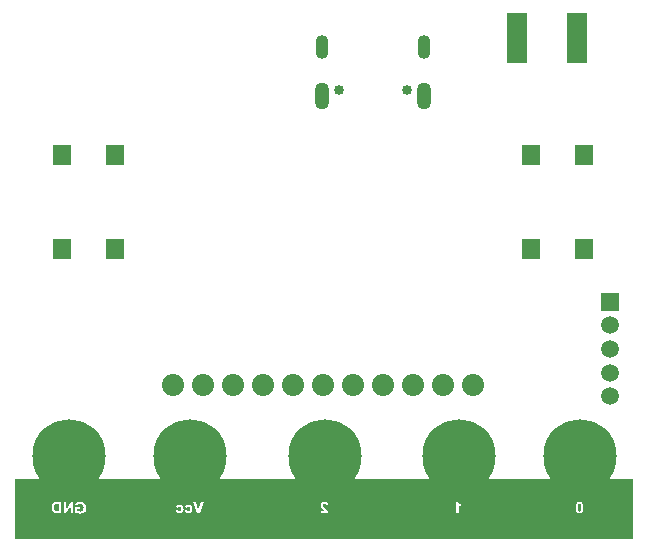
<source format=gbs>
G04*
G04 #@! TF.GenerationSoftware,Altium Limited,Altium Designer,24.2.2 (26)*
G04*
G04 Layer_Color=16711935*
%FSLAX43Y43*%
%MOMM*%
G71*
G04*
G04 #@! TF.SameCoordinates,B7D4920F-8FB9-4588-9614-11F99F71DF79*
G04*
G04*
G04 #@! TF.FilePolarity,Negative*
G04*
G01*
G75*
%ADD19R,1.000X5.000*%
%ADD54R,1.724X4.264*%
%ADD59C,1.876*%
%ADD60C,6.200*%
%ADD61C,1.500*%
%ADD62C,0.850*%
%ADD63O,1.100X2.000*%
%ADD64O,1.250X2.300*%
%ADD65R,1.500X1.500*%
%ADD86R,1.500X1.750*%
G36*
X6716Y6459D02*
Y6437D01*
Y6416D01*
Y6395D01*
Y6374D01*
Y6353D01*
Y6332D01*
Y6310D01*
Y6289D01*
Y6268D01*
Y6247D01*
Y6226D01*
Y6205D01*
Y6183D01*
Y6162D01*
Y6141D01*
Y6120D01*
Y6099D01*
Y6078D01*
Y6056D01*
X2081D01*
Y6078D01*
Y6099D01*
Y6120D01*
Y6141D01*
Y6162D01*
Y6183D01*
Y6205D01*
Y6226D01*
Y6247D01*
Y6268D01*
Y6289D01*
Y6310D01*
Y6332D01*
Y6353D01*
Y6374D01*
Y6395D01*
Y6416D01*
Y6437D01*
Y6459D01*
Y6480D01*
X6716D01*
Y6459D01*
D02*
G37*
G36*
X28306D02*
Y6437D01*
Y6416D01*
Y6395D01*
Y6374D01*
Y6353D01*
Y6332D01*
Y6310D01*
Y6289D01*
Y6268D01*
Y6247D01*
Y6226D01*
Y6205D01*
Y6183D01*
Y6162D01*
Y6141D01*
Y6120D01*
Y6099D01*
Y6078D01*
Y6056D01*
Y6035D01*
Y6014D01*
Y5993D01*
Y5972D01*
Y5951D01*
Y5929D01*
Y5908D01*
Y5887D01*
Y5866D01*
X23694D01*
Y5887D01*
Y5908D01*
Y5929D01*
Y5951D01*
Y5972D01*
Y5993D01*
Y6014D01*
Y6035D01*
Y6056D01*
Y6078D01*
Y6099D01*
Y6120D01*
Y6141D01*
Y6162D01*
Y6183D01*
Y6205D01*
Y6226D01*
Y6247D01*
Y6268D01*
Y6289D01*
Y6310D01*
Y6332D01*
Y6353D01*
Y6374D01*
Y6395D01*
Y6416D01*
Y6437D01*
Y6459D01*
Y6480D01*
X28306D01*
Y6459D01*
D02*
G37*
G36*
X49896D02*
Y6437D01*
Y6416D01*
Y6395D01*
Y6374D01*
Y6353D01*
Y6332D01*
Y6310D01*
Y6289D01*
Y6268D01*
Y6247D01*
Y6226D01*
Y6205D01*
Y6183D01*
Y6162D01*
Y6141D01*
Y6120D01*
Y6099D01*
Y6078D01*
Y6056D01*
Y6035D01*
Y6014D01*
Y5993D01*
Y5972D01*
Y5951D01*
Y5929D01*
Y5908D01*
Y5887D01*
Y5866D01*
Y5845D01*
Y5824D01*
Y5802D01*
Y5781D01*
Y5760D01*
Y5739D01*
Y5718D01*
X45284D01*
Y5739D01*
Y5760D01*
Y5781D01*
Y5802D01*
Y5824D01*
Y5845D01*
Y5866D01*
Y5887D01*
Y5908D01*
Y5929D01*
Y5951D01*
Y5972D01*
Y5993D01*
Y6014D01*
Y6035D01*
Y6056D01*
Y6078D01*
Y6099D01*
Y6120D01*
Y6141D01*
Y6162D01*
Y6183D01*
Y6205D01*
Y6226D01*
Y6247D01*
Y6268D01*
Y6289D01*
Y6310D01*
Y6332D01*
Y6353D01*
Y6374D01*
Y6395D01*
Y6416D01*
Y6437D01*
Y6459D01*
Y6480D01*
X49896D01*
Y6459D01*
D02*
G37*
G36*
X39696D02*
Y6437D01*
Y6416D01*
Y6395D01*
Y6374D01*
Y6353D01*
Y6332D01*
Y6310D01*
Y6289D01*
Y6268D01*
Y6247D01*
Y6226D01*
Y6205D01*
Y6183D01*
Y6162D01*
Y6141D01*
Y6120D01*
Y6099D01*
Y6078D01*
Y6056D01*
Y6035D01*
Y6014D01*
Y5993D01*
Y5972D01*
Y5951D01*
Y5929D01*
Y5908D01*
Y5887D01*
Y5866D01*
Y5845D01*
Y5824D01*
Y5802D01*
Y5781D01*
Y5760D01*
Y5739D01*
Y5718D01*
Y5697D01*
Y5675D01*
Y5654D01*
Y5633D01*
Y5612D01*
Y5591D01*
Y5570D01*
Y5548D01*
Y5527D01*
Y5506D01*
Y5485D01*
Y5464D01*
Y5443D01*
Y5421D01*
X35081D01*
Y5443D01*
Y5464D01*
Y5485D01*
Y5506D01*
Y5527D01*
Y5548D01*
Y5570D01*
Y5591D01*
Y5612D01*
Y5633D01*
Y5654D01*
Y5675D01*
Y5697D01*
Y5718D01*
Y5739D01*
Y5760D01*
Y5781D01*
Y5802D01*
Y5824D01*
Y5845D01*
Y5866D01*
Y5887D01*
Y5908D01*
Y5929D01*
Y5951D01*
Y5972D01*
Y5993D01*
Y6014D01*
Y6035D01*
Y6056D01*
Y6078D01*
Y6099D01*
Y6120D01*
Y6141D01*
Y6162D01*
Y6183D01*
Y6205D01*
Y6226D01*
Y6247D01*
Y6268D01*
Y6289D01*
Y6310D01*
Y6332D01*
Y6353D01*
Y6374D01*
Y6395D01*
Y6416D01*
Y6437D01*
Y6459D01*
Y6480D01*
X39696D01*
Y6459D01*
D02*
G37*
G36*
X16899D02*
Y6437D01*
Y6416D01*
Y6395D01*
Y6374D01*
Y6353D01*
Y6332D01*
Y6310D01*
Y6289D01*
Y6268D01*
Y6247D01*
Y6226D01*
Y6205D01*
Y6183D01*
Y6162D01*
Y6141D01*
Y6120D01*
Y6099D01*
Y6078D01*
Y6056D01*
Y6035D01*
Y6014D01*
Y5993D01*
Y5972D01*
Y5951D01*
Y5929D01*
Y5908D01*
Y5887D01*
Y5866D01*
Y5845D01*
Y5824D01*
Y5802D01*
Y5781D01*
Y5760D01*
Y5739D01*
Y5718D01*
Y5697D01*
Y5675D01*
Y5654D01*
Y5633D01*
Y5612D01*
Y5591D01*
Y5570D01*
Y5548D01*
Y5527D01*
Y5506D01*
Y5485D01*
Y5464D01*
Y5443D01*
Y5421D01*
Y5400D01*
Y5379D01*
X12284D01*
Y5400D01*
Y5421D01*
Y5443D01*
Y5464D01*
Y5485D01*
Y5506D01*
Y5527D01*
Y5548D01*
Y5570D01*
Y5591D01*
Y5612D01*
Y5633D01*
Y5654D01*
Y5675D01*
Y5697D01*
Y5718D01*
Y5739D01*
Y5760D01*
Y5781D01*
Y5802D01*
Y5824D01*
Y5845D01*
Y5866D01*
Y5887D01*
Y5908D01*
Y5929D01*
Y5951D01*
Y5972D01*
Y5993D01*
Y6014D01*
Y6035D01*
Y6056D01*
Y6078D01*
Y6099D01*
Y6120D01*
Y6141D01*
Y6162D01*
Y6183D01*
Y6205D01*
Y6226D01*
Y6247D01*
Y6268D01*
Y6289D01*
Y6310D01*
Y6332D01*
Y6353D01*
Y6374D01*
Y6395D01*
Y6416D01*
Y6437D01*
Y6459D01*
Y6480D01*
X16899D01*
Y6459D01*
D02*
G37*
G36*
X49900Y5030D02*
X52162D01*
Y-50D01*
X49622D01*
Y-40D01*
X45558D01*
Y-50D01*
X39462D01*
Y-40D01*
X35398D01*
Y-50D01*
X28032D01*
Y-40D01*
X23968D01*
Y-50D01*
X16602D01*
Y-40D01*
X12855D01*
Y-50D01*
X6505D01*
Y-40D01*
X2378D01*
Y-50D01*
X-162D01*
Y5030D01*
X2050D01*
Y5235D01*
X6660D01*
Y5030D01*
X12290D01*
Y5235D01*
X16900D01*
Y5030D01*
X23700D01*
Y5235D01*
X28310D01*
Y5030D01*
X35080D01*
Y5235D01*
X39690D01*
Y5030D01*
X45290D01*
Y5235D01*
X49900D01*
Y5030D01*
D02*
G37*
%LPC*%
G36*
X37599Y3088D02*
D01*
Y2841D01*
X37599D01*
X37596Y2841D01*
X37592Y2843D01*
X37587Y2846D01*
X37580Y2848D01*
X37572Y2852D01*
X37563Y2856D01*
X37552Y2861D01*
X37541Y2867D01*
X37529Y2873D01*
X37516Y2880D01*
X37502Y2889D01*
X37488Y2898D01*
X37473Y2908D01*
X37457Y2919D01*
X37441Y2931D01*
X37440Y2932D01*
X37438Y2934D01*
X37433Y2938D01*
X37427Y2943D01*
X37420Y2950D01*
X37413Y2957D01*
X37403Y2966D01*
X37394Y2976D01*
X37385Y2987D01*
X37374Y2999D01*
X37364Y3011D01*
X37355Y3025D01*
X37346Y3040D01*
X37337Y3055D01*
X37330Y3071D01*
X37323Y3088D01*
X37171D01*
Y2108D01*
X37599D01*
Y3088D01*
D02*
G37*
G36*
X4706Y3085D02*
X4515D01*
X4116Y2433D01*
Y3085D01*
X3933D01*
Y2110D01*
X4131D01*
X4523Y2747D01*
Y2110D01*
X4706D01*
Y3085D01*
D02*
G37*
G36*
X15790Y3094D02*
X15577D01*
X15330Y2372D01*
X15092Y3094D01*
X15252D01*
X14882D01*
X15230Y2118D01*
X14882D01*
X15442D01*
X15790Y3094D01*
D02*
G37*
G36*
X14824Y2841D02*
X14469D01*
X14461Y2840D01*
X14450Y2839D01*
X14437Y2838D01*
X14423Y2836D01*
X14408Y2834D01*
X14392Y2830D01*
X14375Y2827D01*
X14358Y2823D01*
X14341Y2817D01*
X14324Y2811D01*
X14307Y2803D01*
X14292Y2795D01*
X14277Y2785D01*
X14276Y2784D01*
X14274Y2782D01*
X14269Y2779D01*
X14264Y2775D01*
X14258Y2769D01*
X14251Y2761D01*
X14243Y2753D01*
X14235Y2742D01*
X14225Y2731D01*
X14217Y2719D01*
X14208Y2705D01*
X14198Y2690D01*
X14190Y2673D01*
X14181Y2655D01*
X14174Y2636D01*
X14167Y2616D01*
X14351Y2583D01*
Y2583D01*
X14352Y2585D01*
Y2588D01*
X14353Y2592D01*
X14356Y2601D01*
X14361Y2614D01*
X14367Y2627D01*
X14374Y2641D01*
X14384Y2654D01*
X14395Y2666D01*
X14396Y2666D01*
X14400Y2670D01*
X14407Y2674D01*
X14417Y2680D01*
X14429Y2685D01*
X14444Y2689D01*
X14461Y2693D01*
X14480Y2693D01*
X14487D01*
X14492Y2693D01*
X14497Y2692D01*
X14504Y2691D01*
X14520Y2688D01*
X14538Y2682D01*
X14547Y2677D01*
X14556Y2673D01*
X14565Y2667D01*
X14574Y2660D01*
X14582Y2653D01*
X14591Y2644D01*
X14592Y2644D01*
X14592Y2642D01*
X14594Y2639D01*
X14598Y2635D01*
X14600Y2630D01*
X14603Y2623D01*
X14608Y2616D01*
X14611Y2606D01*
X14615Y2596D01*
X14619Y2584D01*
X14623Y2571D01*
X14625Y2556D01*
X14628Y2540D01*
X14631Y2523D01*
X14631Y2504D01*
X14632Y2484D01*
Y2482D01*
Y2479D01*
Y2472D01*
X14631Y2463D01*
X14631Y2453D01*
X14630Y2441D01*
X14629Y2428D01*
X14627Y2414D01*
X14622Y2385D01*
X14614Y2356D01*
X14610Y2342D01*
X14604Y2329D01*
X14598Y2316D01*
X14591Y2306D01*
X14590Y2305D01*
X14589Y2304D01*
X14587Y2301D01*
X14583Y2298D01*
X14579Y2294D01*
X14574Y2290D01*
X14568Y2285D01*
X14560Y2281D01*
X14544Y2271D01*
X14525Y2263D01*
X14514Y2260D01*
X14502Y2257D01*
X14489Y2255D01*
X14477Y2254D01*
X14472D01*
X14467Y2255D01*
X14458Y2256D01*
X14445Y2258D01*
X14432Y2262D01*
X14417Y2267D01*
X14403Y2274D01*
X14389Y2284D01*
X14388Y2286D01*
X14384Y2290D01*
X14378Y2298D01*
X14374Y2303D01*
X14371Y2309D01*
X14367Y2315D01*
X14362Y2323D01*
X14359Y2331D01*
X14355Y2342D01*
X14351Y2352D01*
X14347Y2363D01*
X14344Y2375D01*
X14341Y2389D01*
X14158Y2358D01*
Y2356D01*
X14159Y2352D01*
X14161Y2346D01*
X14164Y2336D01*
X14167Y2326D01*
X14171Y2315D01*
X14176Y2301D01*
X14182Y2287D01*
X14189Y2271D01*
X14197Y2255D01*
X14206Y2239D01*
X14216Y2223D01*
X14227Y2208D01*
X14240Y2194D01*
X14253Y2179D01*
X14268Y2166D01*
X14269Y2166D01*
X14271Y2164D01*
X14276Y2161D01*
X14282Y2156D01*
X14291Y2151D01*
X14301Y2146D01*
X14312Y2140D01*
X14325Y2134D01*
X14340Y2128D01*
X14356Y2123D01*
X14374Y2117D01*
X14394Y2112D01*
X14414Y2108D01*
X14437Y2105D01*
X14461Y2103D01*
X14485Y2102D01*
X14492D01*
X14500Y2103D01*
X14510Y2104D01*
X14524Y2106D01*
X14539Y2107D01*
X14556Y2111D01*
X14575Y2114D01*
X14594Y2119D01*
X14614Y2126D01*
X14635Y2134D01*
X14655Y2144D01*
X14675Y2155D01*
X14696Y2167D01*
X14715Y2183D01*
X14733Y2199D01*
X14734Y2200D01*
X14737Y2204D01*
X14741Y2210D01*
X14747Y2217D01*
X14754Y2227D01*
X14762Y2239D01*
X14770Y2254D01*
X14779Y2271D01*
X14787Y2288D01*
X14795Y2309D01*
X14803Y2331D01*
X14810Y2355D01*
X14816Y2381D01*
X14820Y2409D01*
X14823Y2439D01*
X14824Y2470D01*
Y2478D01*
X14823Y2487D01*
X14823Y2499D01*
X14822Y2514D01*
X14819Y2531D01*
X14817Y2550D01*
X14812Y2570D01*
X14808Y2591D01*
X14801Y2614D01*
X14795Y2636D01*
X14785Y2659D01*
X14775Y2682D01*
X14762Y2703D01*
X14748Y2723D01*
X14732Y2742D01*
X14731Y2743D01*
X14728Y2747D01*
X14723Y2752D01*
X14715Y2758D01*
X14706Y2765D01*
X14695Y2774D01*
X14681Y2782D01*
X14666Y2792D01*
X14649Y2801D01*
X14631Y2809D01*
X14609Y2818D01*
X14587Y2825D01*
X14564Y2831D01*
X14538Y2836D01*
X14510Y2840D01*
X14482Y2841D01*
X14824D01*
D02*
G37*
G36*
X14066D02*
X13711D01*
X13703Y2840D01*
X13692Y2839D01*
X13679Y2838D01*
X13665Y2836D01*
X13650Y2834D01*
X13634Y2830D01*
X13617Y2827D01*
X13600Y2823D01*
X13583Y2817D01*
X13566Y2811D01*
X13550Y2803D01*
X13534Y2795D01*
X13519Y2785D01*
X13518Y2784D01*
X13516Y2782D01*
X13512Y2779D01*
X13506Y2775D01*
X13501Y2769D01*
X13493Y2761D01*
X13485Y2753D01*
X13477Y2742D01*
X13468Y2731D01*
X13459Y2719D01*
X13450Y2705D01*
X13440Y2690D01*
X13432Y2673D01*
X13424Y2655D01*
X13416Y2636D01*
X13409Y2616D01*
X13594Y2583D01*
Y2583D01*
X13594Y2585D01*
Y2588D01*
X13595Y2592D01*
X13599Y2601D01*
X13603Y2614D01*
X13609Y2627D01*
X13616Y2641D01*
X13626Y2654D01*
X13637Y2666D01*
X13638Y2666D01*
X13643Y2670D01*
X13649Y2674D01*
X13660Y2680D01*
X13671Y2685D01*
X13687Y2689D01*
X13704Y2693D01*
X13722Y2693D01*
X13729D01*
X13734Y2693D01*
X13739Y2692D01*
X13746Y2691D01*
X13762Y2688D01*
X13780Y2682D01*
X13789Y2677D01*
X13798Y2673D01*
X13808Y2667D01*
X13816Y2660D01*
X13824Y2653D01*
X13833Y2644D01*
X13834Y2644D01*
X13835Y2642D01*
X13836Y2639D01*
X13840Y2635D01*
X13842Y2630D01*
X13846Y2623D01*
X13850Y2616D01*
X13853Y2606D01*
X13857Y2596D01*
X13861Y2584D01*
X13865Y2571D01*
X13868Y2556D01*
X13870Y2540D01*
X13873Y2523D01*
X13874Y2504D01*
X13874Y2484D01*
Y2482D01*
Y2479D01*
Y2472D01*
X13874Y2463D01*
X13873Y2453D01*
X13872Y2441D01*
X13871Y2428D01*
X13869Y2414D01*
X13864Y2385D01*
X13857Y2356D01*
X13852Y2342D01*
X13846Y2329D01*
X13841Y2316D01*
X13833Y2306D01*
X13832Y2305D01*
X13831Y2304D01*
X13829Y2301D01*
X13825Y2298D01*
X13821Y2294D01*
X13816Y2290D01*
X13810Y2285D01*
X13802Y2281D01*
X13786Y2271D01*
X13767Y2263D01*
X13756Y2260D01*
X13744Y2257D01*
X13731Y2255D01*
X13719Y2254D01*
X13714D01*
X13709Y2255D01*
X13700Y2256D01*
X13687Y2258D01*
X13674Y2262D01*
X13660Y2267D01*
X13645Y2274D01*
X13632Y2284D01*
X13630Y2286D01*
X13626Y2290D01*
X13620Y2298D01*
X13616Y2303D01*
X13613Y2309D01*
X13609Y2315D01*
X13605Y2323D01*
X13601Y2331D01*
X13597Y2342D01*
X13594Y2352D01*
X13589Y2363D01*
X13586Y2375D01*
X13583Y2389D01*
X13400Y2358D01*
Y2356D01*
X13402Y2352D01*
X13403Y2346D01*
X13406Y2336D01*
X13409Y2326D01*
X13413Y2315D01*
X13418Y2301D01*
X13424Y2287D01*
X13431Y2271D01*
X13440Y2255D01*
X13448Y2239D01*
X13458Y2223D01*
X13469Y2208D01*
X13482Y2194D01*
X13495Y2179D01*
X13510Y2166D01*
X13511Y2166D01*
X13513Y2164D01*
X13518Y2161D01*
X13524Y2156D01*
X13533Y2151D01*
X13543Y2146D01*
X13554Y2140D01*
X13567Y2134D01*
X13583Y2128D01*
X13599Y2123D01*
X13616Y2117D01*
X13636Y2112D01*
X13656Y2108D01*
X13679Y2105D01*
X13703Y2103D01*
X13727Y2102D01*
X13734D01*
X13742Y2103D01*
X13753Y2104D01*
X13766Y2106D01*
X13781Y2107D01*
X13798Y2111D01*
X13817Y2114D01*
X13836Y2119D01*
X13856Y2126D01*
X13877Y2134D01*
X13897Y2144D01*
X13918Y2155D01*
X13938Y2167D01*
X13957Y2183D01*
X13975Y2199D01*
X13976Y2200D01*
X13979Y2204D01*
X13983Y2210D01*
X13989Y2217D01*
X13996Y2227D01*
X14004Y2239D01*
X14012Y2254D01*
X14021Y2271D01*
X14029Y2288D01*
X14038Y2309D01*
X14045Y2331D01*
X14052Y2355D01*
X14058Y2381D01*
X14062Y2409D01*
X14066Y2439D01*
X14066Y2470D01*
Y2478D01*
X14066Y2487D01*
X14065Y2499D01*
X14064Y2514D01*
X14061Y2531D01*
X14059Y2550D01*
X14055Y2570D01*
X14050Y2591D01*
X14044Y2614D01*
X14037Y2636D01*
X14027Y2659D01*
X14017Y2682D01*
X14005Y2703D01*
X13990Y2723D01*
X13974Y2742D01*
X13973Y2743D01*
X13970Y2747D01*
X13965Y2752D01*
X13957Y2758D01*
X13948Y2765D01*
X13937Y2774D01*
X13923Y2782D01*
X13908Y2792D01*
X13891Y2801D01*
X13873Y2809D01*
X13852Y2818D01*
X13830Y2825D01*
X13806Y2831D01*
X13780Y2836D01*
X13753Y2840D01*
X13724Y2841D01*
X14066D01*
D02*
G37*
G36*
X5802Y3102D02*
X4890D01*
Y2093D01*
Y2244D01*
X4891Y2243D01*
X4893Y2241D01*
X4897Y2238D01*
X4902Y2234D01*
X4908Y2229D01*
X4917Y2223D01*
X4926Y2216D01*
X4936Y2208D01*
X4949Y2200D01*
X4961Y2191D01*
X4977Y2183D01*
X4993Y2174D01*
X5010Y2165D01*
X5029Y2156D01*
X5049Y2147D01*
X5071Y2138D01*
X5072Y2137D01*
X5076Y2136D01*
X5082Y2134D01*
X5091Y2131D01*
X5101Y2128D01*
X5114Y2124D01*
X5128Y2120D01*
X5144Y2116D01*
X5161Y2112D01*
X5180Y2108D01*
X5199Y2103D01*
X5219Y2100D01*
X5263Y2095D01*
X5285Y2094D01*
X5307Y2093D01*
X5314D01*
X5323Y2094D01*
X5333D01*
X5346Y2095D01*
X5362Y2097D01*
X5379Y2098D01*
X5398Y2101D01*
X5418Y2104D01*
X5440Y2109D01*
X5462Y2114D01*
X5485Y2120D01*
X5508Y2127D01*
X5531Y2136D01*
X5553Y2146D01*
X5575Y2157D01*
X5576Y2158D01*
X5580Y2160D01*
X5586Y2164D01*
X5593Y2169D01*
X5603Y2175D01*
X5614Y2184D01*
X5625Y2193D01*
X5638Y2204D01*
X5652Y2216D01*
X5666Y2230D01*
X5680Y2245D01*
X5695Y2262D01*
X5708Y2279D01*
X5722Y2298D01*
X5734Y2318D01*
X5746Y2340D01*
X5746Y2342D01*
X5748Y2345D01*
X5751Y2352D01*
X5754Y2361D01*
X5759Y2372D01*
X5763Y2386D01*
X5768Y2401D01*
X5773Y2418D01*
X5779Y2437D01*
X5784Y2457D01*
X5789Y2478D01*
X5793Y2501D01*
X5797Y2525D01*
X5800Y2549D01*
X5801Y2575D01*
X5802Y2601D01*
Y2243D01*
Y2608D01*
X5801Y2616D01*
Y2626D01*
X5800Y2640D01*
X5799Y2655D01*
X5797Y2673D01*
X5795Y2692D01*
X5791Y2712D01*
X5787Y2734D01*
X5782Y2756D01*
X5775Y2779D01*
X5768Y2803D01*
X5760Y2826D01*
X5750Y2849D01*
X5739Y2871D01*
X5738Y2873D01*
X5735Y2877D01*
X5732Y2882D01*
X5727Y2891D01*
X5720Y2901D01*
X5713Y2912D01*
X5702Y2925D01*
X5691Y2938D01*
X5679Y2953D01*
X5665Y2968D01*
X5650Y2983D01*
X5633Y2998D01*
X5615Y3013D01*
X5595Y3027D01*
X5575Y3041D01*
X5552Y3053D01*
X5551Y3054D01*
X5548Y3056D01*
X5543Y3058D01*
X5535Y3061D01*
X5526Y3064D01*
X5515Y3069D01*
X5502Y3074D01*
X5488Y3078D01*
X5471Y3082D01*
X5454Y3087D01*
X5434Y3091D01*
X5414Y3095D01*
X5392Y3098D01*
X5368Y3101D01*
X5344Y3102D01*
X5318Y3102D01*
X5802D01*
D01*
D02*
G37*
G36*
X3726Y3085D02*
X2908D01*
Y2110D01*
Y2576D01*
X2909Y2568D01*
Y2558D01*
X2909Y2546D01*
X2910Y2532D01*
X2911Y2517D01*
X2913Y2501D01*
X2915Y2485D01*
X2920Y2450D01*
X2928Y2415D01*
X2938Y2381D01*
Y2380D01*
X2940Y2376D01*
X2942Y2371D01*
X2945Y2363D01*
X2948Y2354D01*
X2953Y2344D01*
X2959Y2332D01*
X2964Y2319D01*
X2980Y2292D01*
X2997Y2263D01*
X3019Y2235D01*
X3030Y2221D01*
X3042Y2208D01*
X3043Y2208D01*
X3045Y2206D01*
X3047Y2203D01*
X3052Y2200D01*
X3057Y2196D01*
X3063Y2191D01*
X3070Y2186D01*
X3079Y2180D01*
X3088Y2174D01*
X3099Y2168D01*
X3110Y2161D01*
X3123Y2154D01*
X3136Y2148D01*
X3150Y2142D01*
X3165Y2136D01*
X3181Y2131D01*
X3182D01*
X3184Y2130D01*
X3188Y2129D01*
X3193Y2127D01*
X3200Y2125D01*
X3207Y2124D01*
X3217Y2122D01*
X3227Y2120D01*
X3239Y2119D01*
X3252Y2117D01*
X3266Y2115D01*
X3282Y2114D01*
X3299Y2112D01*
X3316Y2111D01*
X3335Y2110D01*
X3726D01*
Y3085D01*
D02*
G37*
G36*
X26333Y3088D02*
X25980D01*
X25973Y3087D01*
X25963D01*
X25951Y3085D01*
X25937Y3083D01*
X25922Y3081D01*
X25905Y3077D01*
X25887Y3073D01*
X25868Y3068D01*
X25850Y3062D01*
X25830Y3055D01*
X25812Y3045D01*
X25794Y3035D01*
X25776Y3022D01*
X25760Y3009D01*
X25759Y3008D01*
X25757Y3006D01*
X25752Y3001D01*
X25747Y2995D01*
X25741Y2988D01*
X25734Y2978D01*
X25726Y2967D01*
X25719Y2956D01*
X25711Y2942D01*
X25703Y2928D01*
X25697Y2912D01*
X25690Y2895D01*
X25685Y2876D01*
X25681Y2857D01*
X25678Y2836D01*
X25677Y2815D01*
Y2804D01*
X25678Y2798D01*
Y2792D01*
X25679Y2784D01*
X25680Y2775D01*
X25683Y2756D01*
X25687Y2735D01*
X25693Y2713D01*
X25701Y2690D01*
Y2689D01*
X25702Y2688D01*
X25703Y2684D01*
X25705Y2680D01*
X25708Y2674D01*
X25711Y2668D01*
X25714Y2660D01*
X25719Y2652D01*
X25730Y2633D01*
X25742Y2612D01*
X25758Y2589D01*
X25776Y2566D01*
Y2565D01*
X25778Y2564D01*
X25780Y2561D01*
X25783Y2557D01*
X25786Y2553D01*
X25791Y2548D01*
X25797Y2541D01*
X25804Y2534D01*
X25812Y2525D01*
X25821Y2516D01*
X25831Y2506D01*
X25842Y2495D01*
X25855Y2482D01*
X25868Y2469D01*
X25883Y2456D01*
X25899Y2441D01*
X25900Y2440D01*
X25903Y2437D01*
X25907Y2433D01*
X25913Y2428D01*
X25920Y2421D01*
X25928Y2413D01*
X25946Y2397D01*
X25966Y2379D01*
X25983Y2361D01*
X25992Y2353D01*
X25999Y2345D01*
X26006Y2338D01*
X26011Y2332D01*
X26012Y2331D01*
X26016Y2328D01*
X26020Y2323D01*
X26025Y2316D01*
X26031Y2309D01*
X26038Y2300D01*
X26043Y2291D01*
X26049Y2282D01*
X25677D01*
Y2108D01*
X26333D01*
Y3088D01*
D02*
G37*
G36*
X47912Y3096D02*
X47278D01*
D01*
X47589D01*
X47582Y3095D01*
X47572Y3094D01*
X47560Y3093D01*
X47546Y3091D01*
X47531Y3088D01*
X47514Y3083D01*
X47497Y3078D01*
X47479Y3072D01*
X47460Y3063D01*
X47442Y3053D01*
X47424Y3042D01*
X47406Y3028D01*
X47389Y3012D01*
X47374Y2995D01*
X47373Y2993D01*
X47370Y2989D01*
X47365Y2982D01*
X47359Y2972D01*
X47352Y2958D01*
X47343Y2942D01*
X47335Y2923D01*
X47326Y2900D01*
X47317Y2874D01*
X47309Y2845D01*
X47304Y2829D01*
X47300Y2812D01*
X47297Y2795D01*
X47293Y2776D01*
X47290Y2757D01*
X47287Y2737D01*
X47284Y2715D01*
X47282Y2693D01*
X47281Y2671D01*
X47279Y2647D01*
X47278Y2622D01*
Y2578D01*
X47279Y2571D01*
Y2561D01*
X47280Y2552D01*
X47281Y2541D01*
Y2529D01*
X47283Y2503D01*
X47287Y2474D01*
X47290Y2444D01*
X47295Y2412D01*
X47302Y2379D01*
X47309Y2345D01*
X47319Y2313D01*
X47330Y2282D01*
X47342Y2251D01*
X47358Y2224D01*
X47366Y2211D01*
X47375Y2199D01*
X47375Y2199D01*
X47378Y2195D01*
X47383Y2190D01*
X47389Y2184D01*
X47397Y2177D01*
X47407Y2168D01*
X47419Y2159D01*
X47431Y2150D01*
X47447Y2140D01*
X47463Y2131D01*
X47481Y2123D01*
X47501Y2115D01*
X47522Y2109D01*
X47545Y2104D01*
X47569Y2101D01*
X47595Y2100D01*
X47278D01*
X47912D01*
Y2617D01*
X47911Y2625D01*
Y2634D01*
X47910Y2644D01*
X47909Y2655D01*
Y2666D01*
X47907Y2693D01*
X47904Y2721D01*
X47900Y2752D01*
X47895Y2784D01*
X47888Y2817D01*
X47880Y2850D01*
X47871Y2882D01*
X47860Y2914D01*
X47847Y2944D01*
X47833Y2971D01*
X47825Y2984D01*
X47816Y2995D01*
X47815Y2996D01*
X47813Y3000D01*
X47808Y3005D01*
X47802Y3011D01*
X47793Y3019D01*
X47784Y3028D01*
X47772Y3036D01*
X47759Y3046D01*
X47744Y3055D01*
X47727Y3064D01*
X47710Y3072D01*
X47690Y3080D01*
X47668Y3087D01*
X47645Y3092D01*
X47622Y3095D01*
X47595Y3096D01*
X47912D01*
D02*
G37*
%LPD*%
G36*
X37358Y2811D02*
X37363Y2808D01*
X37368Y2803D01*
X37376Y2797D01*
X37385Y2788D01*
X37397Y2779D01*
X37411Y2770D01*
X37426Y2759D01*
X37444Y2747D01*
X37462Y2736D01*
X37482Y2724D01*
X37503Y2712D01*
X37526Y2700D01*
X37550Y2690D01*
X37574Y2680D01*
X37599Y2671D01*
Y2108D01*
X37358D01*
Y2812D01*
X37358Y2811D01*
D02*
G37*
G36*
X5301Y3102D02*
X5288D01*
X5273Y3100D01*
X5256Y3098D01*
X5235Y3096D01*
X5214Y3093D01*
X5192Y3089D01*
X5170Y3084D01*
X5146Y3077D01*
X5122Y3070D01*
X5098Y3061D01*
X5076Y3051D01*
X5055Y3039D01*
X5035Y3025D01*
X5034Y3025D01*
X5031Y3022D01*
X5026Y3018D01*
X5019Y3012D01*
X5010Y3003D01*
X5001Y2994D01*
X4991Y2983D01*
X4980Y2970D01*
X4969Y2957D01*
X4958Y2941D01*
X4947Y2924D01*
X4936Y2904D01*
X4926Y2885D01*
X4917Y2863D01*
X4909Y2840D01*
X4903Y2816D01*
X5098Y2779D01*
Y2780D01*
X5099Y2783D01*
X5101Y2786D01*
X5103Y2791D01*
X5105Y2797D01*
X5108Y2804D01*
X5116Y2820D01*
X5126Y2838D01*
X5140Y2857D01*
X5157Y2875D01*
X5176Y2892D01*
X5177Y2893D01*
X5179Y2893D01*
X5182Y2896D01*
X5186Y2899D01*
X5192Y2902D01*
X5198Y2905D01*
X5207Y2909D01*
X5215Y2913D01*
X5225Y2917D01*
X5235Y2921D01*
X5247Y2924D01*
X5260Y2927D01*
X5288Y2932D01*
X5302Y2933D01*
X5318Y2934D01*
X5324D01*
X5331Y2933D01*
X5340D01*
X5351Y2932D01*
X5363Y2930D01*
X5377Y2927D01*
X5392Y2924D01*
X5408Y2920D01*
X5425Y2914D01*
X5442Y2908D01*
X5459Y2899D01*
X5476Y2890D01*
X5493Y2879D01*
X5508Y2866D01*
X5523Y2852D01*
X5524Y2851D01*
X5526Y2848D01*
X5530Y2844D01*
X5535Y2837D01*
X5541Y2828D01*
X5547Y2817D01*
X5554Y2806D01*
X5561Y2791D01*
X5568Y2774D01*
X5575Y2756D01*
X5581Y2736D01*
X5587Y2715D01*
X5592Y2691D01*
X5596Y2665D01*
X5598Y2638D01*
X5599Y2608D01*
Y2608D01*
Y2607D01*
Y2604D01*
Y2601D01*
X5598Y2592D01*
Y2580D01*
X5597Y2565D01*
X5595Y2549D01*
X5592Y2531D01*
X5590Y2511D01*
X5586Y2490D01*
X5581Y2469D01*
X5574Y2447D01*
X5567Y2426D01*
X5558Y2405D01*
X5548Y2384D01*
X5536Y2365D01*
X5522Y2348D01*
X5521Y2347D01*
X5519Y2345D01*
X5515Y2340D01*
X5508Y2334D01*
X5500Y2328D01*
X5491Y2321D01*
X5481Y2313D01*
X5468Y2305D01*
X5455Y2297D01*
X5439Y2289D01*
X5422Y2282D01*
X5405Y2275D01*
X5385Y2269D01*
X5365Y2265D01*
X5343Y2262D01*
X5320Y2262D01*
X5309D01*
X5304Y2262D01*
X5297Y2263D01*
X5290D01*
X5281Y2265D01*
X5263Y2268D01*
X5242Y2272D01*
X5219Y2278D01*
X5197Y2285D01*
X5196D01*
X5194Y2286D01*
X5191Y2288D01*
X5186Y2290D01*
X5181Y2292D01*
X5175Y2295D01*
X5159Y2302D01*
X5142Y2311D01*
X5125Y2321D01*
X5107Y2332D01*
X5089Y2345D01*
Y2468D01*
X5315D01*
Y2633D01*
X4890D01*
Y3102D01*
X5306D01*
X5301Y3102D01*
D02*
G37*
G36*
X3336Y3085D02*
X3324D01*
X3311Y3084D01*
X3297Y3083D01*
X3267Y3080D01*
X3236Y3077D01*
X3206Y3073D01*
X3193Y3069D01*
X3180Y3066D01*
X3179D01*
X3176Y3065D01*
X3172Y3063D01*
X3166Y3061D01*
X3158Y3058D01*
X3150Y3055D01*
X3140Y3051D01*
X3129Y3046D01*
X3107Y3033D01*
X3095Y3026D01*
X3082Y3018D01*
X3070Y3009D01*
X3057Y2999D01*
X3046Y2988D01*
X3034Y2976D01*
X3033Y2976D01*
X3031Y2974D01*
X3028Y2970D01*
X3024Y2965D01*
X3019Y2959D01*
X3013Y2951D01*
X3006Y2943D01*
X2999Y2932D01*
X2992Y2921D01*
X2984Y2910D01*
X2976Y2897D01*
X2968Y2882D01*
X2960Y2868D01*
X2953Y2852D01*
X2940Y2818D01*
Y2817D01*
X2938Y2814D01*
X2937Y2809D01*
X2935Y2801D01*
X2932Y2793D01*
X2930Y2782D01*
X2927Y2769D01*
X2924Y2755D01*
X2920Y2739D01*
X2918Y2721D01*
X2915Y2702D01*
X2913Y2682D01*
X2910Y2660D01*
X2909Y2637D01*
X2908Y2614D01*
Y3085D01*
X3346D01*
X3336Y3085D01*
D02*
G37*
G36*
X3529Y2275D02*
X3361D01*
X3354Y2276D01*
X3336D01*
X3316Y2278D01*
X3297Y2279D01*
X3278Y2281D01*
X3270Y2283D01*
X3262Y2284D01*
X3261D01*
X3260Y2285D01*
X3258Y2286D01*
X3255Y2287D01*
X3245Y2290D01*
X3234Y2294D01*
X3222Y2300D01*
X3209Y2306D01*
X3196Y2315D01*
X3184Y2324D01*
X3182Y2326D01*
X3178Y2330D01*
X3173Y2337D01*
X3165Y2347D01*
X3156Y2360D01*
X3148Y2376D01*
X3140Y2395D01*
X3135Y2406D01*
X3131Y2418D01*
Y2419D01*
X3130Y2421D01*
X3129Y2425D01*
X3128Y2430D01*
X3126Y2437D01*
X3124Y2445D01*
X3123Y2454D01*
X3121Y2465D01*
X3119Y2477D01*
X3118Y2491D01*
X3116Y2505D01*
X3114Y2521D01*
X3112Y2539D01*
X3112Y2557D01*
X3111Y2577D01*
Y2597D01*
Y2599D01*
Y2603D01*
Y2608D01*
Y2616D01*
X3112Y2625D01*
Y2636D01*
X3112Y2648D01*
X3113Y2661D01*
X3116Y2689D01*
X3119Y2718D01*
X3124Y2745D01*
X3128Y2758D01*
X3131Y2770D01*
Y2771D01*
X3132Y2773D01*
X3133Y2776D01*
X3134Y2780D01*
X3137Y2785D01*
X3140Y2791D01*
X3145Y2805D01*
X3154Y2820D01*
X3163Y2836D01*
X3175Y2851D01*
X3188Y2865D01*
X3189Y2866D01*
X3195Y2871D01*
X3202Y2876D01*
X3212Y2883D01*
X3226Y2891D01*
X3241Y2899D01*
X3259Y2905D01*
X3278Y2911D01*
X3279D01*
X3280Y2912D01*
X3282D01*
X3287Y2913D01*
X3292Y2914D01*
X3298Y2915D01*
X3305Y2915D01*
X3314Y2916D01*
X3324Y2917D01*
X3336Y2918D01*
X3349D01*
X3365Y2919D01*
X3381Y2920D01*
X3399Y2921D01*
X3529D01*
Y2275D01*
D02*
G37*
G36*
X26333Y2109D02*
X26332Y2112D01*
X26331Y2117D01*
X26330Y2125D01*
X26328Y2134D01*
X26327Y2144D01*
X26324Y2155D01*
X26321Y2168D01*
X26317Y2182D01*
X26312Y2197D01*
X26301Y2228D01*
X26295Y2244D01*
X26287Y2261D01*
X26279Y2277D01*
X26269Y2294D01*
X26268Y2295D01*
X26267Y2298D01*
X26263Y2304D01*
X26258Y2310D01*
X26252Y2320D01*
X26244Y2330D01*
X26235Y2342D01*
X26223Y2357D01*
X26209Y2373D01*
X26194Y2391D01*
X26177Y2410D01*
X26158Y2430D01*
X26136Y2453D01*
X26113Y2477D01*
X26087Y2502D01*
X26059Y2529D01*
X26057Y2530D01*
X26053Y2534D01*
X26047Y2539D01*
X26038Y2548D01*
X26028Y2557D01*
X26017Y2568D01*
X26005Y2580D01*
X25992Y2593D01*
X25966Y2619D01*
X25952Y2633D01*
X25940Y2645D01*
X25928Y2658D01*
X25919Y2670D01*
X25911Y2680D01*
X25904Y2688D01*
X25903Y2689D01*
X25902Y2691D01*
X25900Y2694D01*
X25898Y2699D01*
X25895Y2704D01*
X25891Y2710D01*
X25884Y2724D01*
X25878Y2742D01*
X25871Y2761D01*
X25867Y2781D01*
X25865Y2792D01*
Y2803D01*
Y2803D01*
Y2805D01*
Y2808D01*
X25866Y2813D01*
Y2818D01*
X25867Y2825D01*
X25869Y2838D01*
X25873Y2853D01*
X25879Y2869D01*
X25888Y2885D01*
X25899Y2899D01*
X25900Y2901D01*
X25905Y2904D01*
X25912Y2910D01*
X25923Y2916D01*
X25936Y2922D01*
X25952Y2928D01*
X25971Y2931D01*
X25992Y2933D01*
X25998D01*
X26001Y2932D01*
X26006D01*
X26012Y2931D01*
X26026Y2929D01*
X26040Y2924D01*
X26055Y2918D01*
X26070Y2909D01*
X26085Y2897D01*
X26087Y2896D01*
X26088Y2894D01*
X26090Y2891D01*
X26093Y2886D01*
X26096Y2882D01*
X26099Y2876D01*
X26103Y2869D01*
X26106Y2862D01*
X26109Y2853D01*
X26113Y2844D01*
X26116Y2833D01*
X26119Y2821D01*
X26121Y2809D01*
X26123Y2795D01*
X26125Y2781D01*
X26311Y2799D01*
Y2800D01*
Y2801D01*
X26310Y2806D01*
X26309Y2814D01*
X26306Y2825D01*
X26304Y2837D01*
X26301Y2852D01*
X26297Y2868D01*
X26291Y2885D01*
X26285Y2902D01*
X26279Y2921D01*
X26270Y2939D01*
X26260Y2957D01*
X26249Y2975D01*
X26236Y2991D01*
X26222Y3006D01*
X26207Y3020D01*
X26206Y3021D01*
X26202Y3022D01*
X26197Y3026D01*
X26191Y3031D01*
X26182Y3036D01*
X26172Y3041D01*
X26160Y3048D01*
X26146Y3054D01*
X26131Y3060D01*
X26114Y3066D01*
X26096Y3072D01*
X26076Y3077D01*
X26056Y3082D01*
X26034Y3085D01*
X26011Y3087D01*
X25987Y3088D01*
X26333D01*
Y2109D01*
D02*
G37*
G36*
X47607Y2940D02*
X47616Y2939D01*
X47625Y2936D01*
X47635Y2932D01*
X47646Y2927D01*
X47656Y2919D01*
X47657Y2918D01*
X47660Y2915D01*
X47666Y2909D01*
X47672Y2902D01*
X47678Y2891D01*
X47685Y2877D01*
X47692Y2861D01*
X47698Y2841D01*
Y2841D01*
X47699Y2838D01*
X47699Y2834D01*
X47700Y2827D01*
X47702Y2819D01*
X47704Y2809D01*
X47705Y2797D01*
X47707Y2784D01*
X47709Y2768D01*
X47710Y2750D01*
X47712Y2730D01*
X47714Y2708D01*
X47715Y2683D01*
X47715Y2657D01*
X47716Y2628D01*
Y2597D01*
Y2596D01*
Y2595D01*
Y2593D01*
Y2589D01*
Y2581D01*
Y2569D01*
X47715Y2556D01*
Y2539D01*
X47715Y2522D01*
X47714Y2503D01*
X47712Y2464D01*
X47710Y2444D01*
X47710Y2425D01*
X47707Y2407D01*
X47705Y2390D01*
X47702Y2375D01*
X47699Y2361D01*
Y2360D01*
X47699Y2358D01*
X47698Y2355D01*
X47696Y2351D01*
X47694Y2346D01*
X47693Y2340D01*
X47688Y2326D01*
X47681Y2312D01*
X47673Y2298D01*
X47665Y2286D01*
X47660Y2280D01*
X47655Y2276D01*
X47655Y2275D01*
X47650Y2272D01*
X47645Y2269D01*
X47638Y2265D01*
X47629Y2261D01*
X47619Y2258D01*
X47608Y2255D01*
X47595Y2254D01*
X47589D01*
X47584Y2255D01*
X47575Y2257D01*
X47566Y2260D01*
X47556Y2264D01*
X47545Y2269D01*
X47535Y2276D01*
X47534Y2276D01*
X47531Y2280D01*
X47526Y2286D01*
X47520Y2293D01*
X47513Y2304D01*
X47506Y2318D01*
X47499Y2334D01*
X47493Y2353D01*
Y2354D01*
X47492Y2357D01*
X47491Y2361D01*
X47490Y2367D01*
X47489Y2375D01*
X47487Y2386D01*
X47485Y2397D01*
X47483Y2411D01*
X47481Y2427D01*
X47479Y2445D01*
X47478Y2464D01*
X47477Y2486D01*
X47475Y2511D01*
X47474Y2537D01*
X47474Y2566D01*
Y2597D01*
Y2598D01*
Y2599D01*
Y2601D01*
Y2605D01*
Y2613D01*
Y2625D01*
X47474Y2638D01*
Y2655D01*
X47475Y2672D01*
X47476Y2691D01*
X47478Y2730D01*
X47479Y2750D01*
X47481Y2769D01*
X47483Y2787D01*
X47485Y2804D01*
X47488Y2819D01*
X47491Y2833D01*
Y2834D01*
X47492Y2836D01*
X47493Y2839D01*
X47495Y2843D01*
X47496Y2848D01*
X47498Y2854D01*
X47503Y2868D01*
X47509Y2882D01*
X47517Y2896D01*
X47526Y2909D01*
X47530Y2915D01*
X47535Y2919D01*
X47536Y2920D01*
X47540Y2923D01*
X47545Y2926D01*
X47552Y2930D01*
X47562Y2934D01*
X47572Y2938D01*
X47583Y2940D01*
X47595Y2941D01*
X47601D01*
X47607Y2940D01*
D02*
G37*
G36*
X47912Y2100D02*
X47601D01*
X47609Y2101D01*
X47619Y2101D01*
X47631Y2103D01*
X47645Y2106D01*
X47660Y2109D01*
X47677Y2113D01*
X47695Y2119D01*
X47714Y2127D01*
X47732Y2135D01*
X47752Y2145D01*
X47771Y2158D01*
X47790Y2172D01*
X47808Y2189D01*
X47825Y2209D01*
X47825Y2210D01*
X47828Y2214D01*
X47832Y2221D01*
X47838Y2230D01*
X47845Y2243D01*
X47853Y2258D01*
X47860Y2276D01*
X47868Y2298D01*
X47872Y2310D01*
X47876Y2324D01*
X47880Y2337D01*
X47884Y2352D01*
X47888Y2368D01*
X47891Y2384D01*
X47895Y2401D01*
X47898Y2419D01*
X47901Y2439D01*
X47903Y2458D01*
X47906Y2479D01*
X47908Y2501D01*
X47909Y2524D01*
X47911Y2548D01*
X47912Y2572D01*
Y2100D01*
D02*
G37*
D19*
X17745Y2450D02*
D03*
X11395D02*
D03*
X1235D02*
D03*
X10125D02*
D03*
X7585D02*
D03*
X8855D02*
D03*
X19015D02*
D03*
X21555D02*
D03*
X22825D02*
D03*
X20285D02*
D03*
X30445D02*
D03*
X29175D02*
D03*
X32985D02*
D03*
X34255D02*
D03*
X31715D02*
D03*
X41875D02*
D03*
X43145D02*
D03*
X40605D02*
D03*
X50765D02*
D03*
X44415D02*
D03*
D54*
X47340Y42368D02*
D03*
X42260D02*
D03*
D59*
X38605Y13000D02*
D03*
X33525D02*
D03*
X30985D02*
D03*
X28445D02*
D03*
X25905D02*
D03*
X23365D02*
D03*
X20825D02*
D03*
X18285D02*
D03*
X15745D02*
D03*
X13205D02*
D03*
X36065D02*
D03*
D60*
X14595Y6950D02*
D03*
X4355D02*
D03*
X26005D02*
D03*
X47595D02*
D03*
X37385D02*
D03*
D61*
X50175Y14025D02*
D03*
Y12025D02*
D03*
Y16025D02*
D03*
Y18025D02*
D03*
D62*
X32990Y37920D02*
D03*
X27210D02*
D03*
D63*
X25780Y41600D02*
D03*
X34420D02*
D03*
D64*
X25780Y37420D02*
D03*
X34420D02*
D03*
D65*
X50175Y20025D02*
D03*
D86*
X3750Y32475D02*
D03*
X8250D02*
D03*
X3750Y24525D02*
D03*
X8250D02*
D03*
X43500Y32475D02*
D03*
X48000D02*
D03*
X43500Y24525D02*
D03*
X48000D02*
D03*
M02*

</source>
